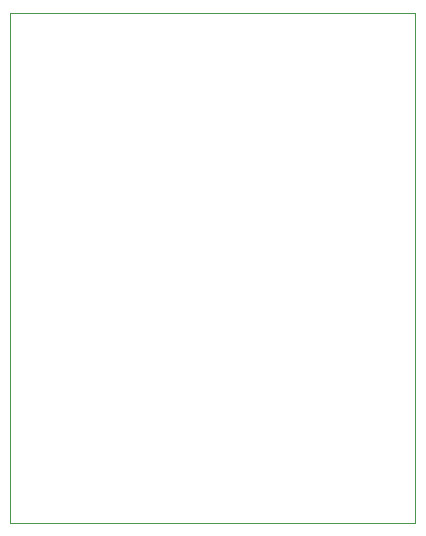
<source format=gbr>
%TF.GenerationSoftware,KiCad,Pcbnew,(5.1.6)-1*%
%TF.CreationDate,2020-12-22T23:38:05+01:00*%
%TF.ProjectId,02_Batt_Alim,30325f42-6174-4745-9f41-6c696d2e6b69,rev?*%
%TF.SameCoordinates,Original*%
%TF.FileFunction,Other,Fab,Bot*%
%FSLAX46Y46*%
G04 Gerber Fmt 4.6, Leading zero omitted, Abs format (unit mm)*
G04 Created by KiCad (PCBNEW (5.1.6)-1) date 2020-12-22 23:38:05*
%MOMM*%
%LPD*%
G01*
G04 APERTURE LIST*
%TA.AperFunction,Profile*%
%ADD10C,0.050000*%
%TD*%
G04 APERTURE END LIST*
D10*
X134620000Y-97790000D02*
X100330000Y-97790000D01*
X134620000Y-54610000D02*
X134620000Y-97790000D01*
X100330000Y-54610000D02*
X134620000Y-54610000D01*
X100330000Y-97790000D02*
X100330000Y-54610000D01*
M02*

</source>
